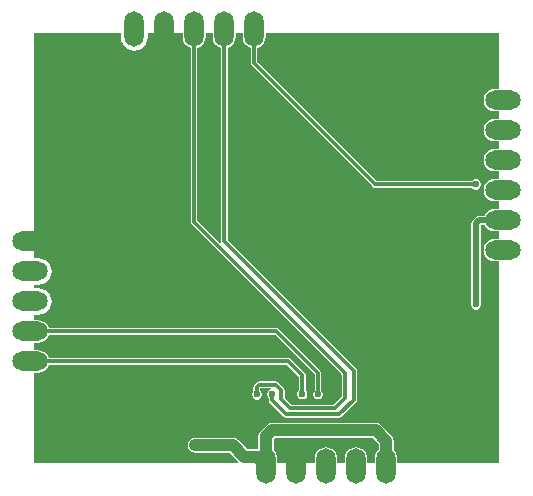
<source format=gbl>
G04*
G04 #@! TF.GenerationSoftware,Altium Limited,Altium Designer,22.2.1 (43)*
G04*
G04 Layer_Physical_Order=4*
G04 Layer_Color=16711680*
%FSLAX25Y25*%
%MOIN*%
G70*
G04*
G04 #@! TF.SameCoordinates,176B9DA6-FD0B-44AF-BA7B-BFE41C1ADE4B*
G04*
G04*
G04 #@! TF.FilePolarity,Positive*
G04*
G01*
G75*
%ADD12C,0.01181*%
%ADD25C,0.03937*%
%ADD26C,0.02000*%
G04:AMPARAMS|DCode=27|XSize=64.96mil|YSize=118.11mil|CornerRadius=32.48mil|HoleSize=0mil|Usage=FLASHONLY|Rotation=180.000|XOffset=0mil|YOffset=0mil|HoleType=Round|Shape=RoundedRectangle|*
%AMROUNDEDRECTD27*
21,1,0.06496,0.05315,0,0,180.0*
21,1,0.00000,0.11811,0,0,180.0*
1,1,0.06496,0.00000,0.02657*
1,1,0.06496,0.00000,0.02657*
1,1,0.06496,0.00000,-0.02657*
1,1,0.06496,0.00000,-0.02657*
%
%ADD27ROUNDEDRECTD27*%
G04:AMPARAMS|DCode=28|XSize=64.96mil|YSize=118.11mil|CornerRadius=32.48mil|HoleSize=0mil|Usage=FLASHONLY|Rotation=270.000|XOffset=0mil|YOffset=0mil|HoleType=Round|Shape=RoundedRectangle|*
%AMROUNDEDRECTD28*
21,1,0.06496,0.05315,0,0,270.0*
21,1,0.00000,0.11811,0,0,270.0*
1,1,0.06496,-0.02657,0.00000*
1,1,0.06496,-0.02657,0.00000*
1,1,0.06496,0.02657,0.00000*
1,1,0.06496,0.02657,0.00000*
%
%ADD28ROUNDEDRECTD28*%
%ADD29C,0.02362*%
G36*
X156286Y125907D02*
X154847D01*
X153868Y125778D01*
X152956Y125400D01*
X152173Y124799D01*
X151573Y124016D01*
X151195Y123105D01*
X151066Y122126D01*
X151195Y121148D01*
X151573Y120236D01*
X152173Y119453D01*
X152956Y118852D01*
X153868Y118475D01*
X154847Y118346D01*
X156286D01*
Y115907D01*
X154847D01*
X153868Y115778D01*
X152956Y115400D01*
X152173Y114799D01*
X151573Y114016D01*
X151195Y113105D01*
X151066Y112126D01*
X151195Y111148D01*
X151573Y110236D01*
X152173Y109453D01*
X152956Y108852D01*
X153868Y108475D01*
X154847Y108346D01*
X156286D01*
Y105906D01*
X154847D01*
X153868Y105778D01*
X152956Y105400D01*
X152173Y104799D01*
X151573Y104016D01*
X151195Y103105D01*
X151066Y102126D01*
X151195Y101148D01*
X151573Y100236D01*
X152173Y99453D01*
X152956Y98852D01*
X153868Y98475D01*
X154847Y98346D01*
X156286D01*
Y95907D01*
X154847D01*
X153868Y95778D01*
X152956Y95400D01*
X152173Y94799D01*
X151573Y94016D01*
X151195Y93105D01*
X151066Y92126D01*
X151195Y91148D01*
X151573Y90236D01*
X152173Y89453D01*
X152956Y88852D01*
X153868Y88475D01*
X154847Y88346D01*
X156286D01*
Y85906D01*
X154847D01*
X153868Y85778D01*
X152956Y85400D01*
X152173Y84799D01*
X151573Y84016D01*
X151371Y83529D01*
X149500D01*
X148915Y83413D01*
X148419Y83081D01*
X147419Y82081D01*
X147087Y81585D01*
X146971Y81000D01*
Y54701D01*
X146819Y54334D01*
Y53666D01*
X147075Y53048D01*
X147548Y52575D01*
X148166Y52319D01*
X148834D01*
X149452Y52575D01*
X149925Y53048D01*
X150181Y53666D01*
Y54334D01*
X150029Y54701D01*
Y80366D01*
X150134Y80471D01*
X151475D01*
X151573Y80236D01*
X152173Y79453D01*
X152956Y78852D01*
X153868Y78475D01*
X154847Y78346D01*
X156286D01*
Y75906D01*
X154847D01*
X153868Y75778D01*
X152956Y75400D01*
X152173Y74799D01*
X151573Y74016D01*
X151195Y73105D01*
X151066Y72126D01*
X151195Y71148D01*
X151573Y70236D01*
X152173Y69453D01*
X152956Y68852D01*
X153868Y68475D01*
X154847Y68346D01*
X156286D01*
Y1204D01*
X122280D01*
Y2657D01*
X122152Y3636D01*
X121774Y4548D01*
X121173Y5331D01*
X121120Y5371D01*
Y8457D01*
X120928Y9420D01*
X120383Y10237D01*
X116840Y13780D01*
X116023Y14325D01*
X115060Y14517D01*
X80521D01*
X79558Y14325D01*
X78741Y13780D01*
X76736Y11774D01*
X76190Y10958D01*
X75999Y9995D01*
Y5980D01*
X75612Y5663D01*
X75595Y5666D01*
X72393D01*
X69280Y8780D01*
X68463Y9325D01*
X67500Y9517D01*
X55000D01*
X54037Y9325D01*
X53220Y8780D01*
X52675Y7963D01*
X52483Y7000D01*
X52675Y6037D01*
X53220Y5220D01*
X54037Y4675D01*
X55000Y4483D01*
X66457D01*
X69236Y1704D01*
X69029Y1204D01*
X1204D01*
Y31220D01*
X2657D01*
X3636Y31348D01*
X4548Y31726D01*
X5331Y32327D01*
X5931Y33110D01*
X6254Y33888D01*
X85539Y33888D01*
X89560Y29868D01*
Y25330D01*
X89247Y25016D01*
X88991Y24399D01*
Y23730D01*
X89247Y23112D01*
X89720Y22639D01*
X90338Y22383D01*
X91006D01*
X91624Y22639D01*
X92097Y23112D01*
X92353Y23730D01*
Y24399D01*
X92097Y25016D01*
X91784Y25330D01*
Y30328D01*
X91784Y30328D01*
X91699Y30754D01*
X91458Y31114D01*
X86786Y35786D01*
X86426Y36027D01*
X86000Y36112D01*
X86000Y36112D01*
X6254Y36112D01*
X5931Y36890D01*
X5331Y37673D01*
X4548Y38274D01*
X3636Y38652D01*
X2657Y38780D01*
X1204D01*
Y41220D01*
X2657D01*
X3636Y41348D01*
X4548Y41726D01*
X5331Y42327D01*
X5931Y43110D01*
X6254Y43888D01*
X81539Y43888D01*
X94769Y30658D01*
Y25280D01*
X94456Y24967D01*
X94200Y24349D01*
Y23680D01*
X94456Y23062D01*
X94929Y22589D01*
X95547Y22333D01*
X96216D01*
X96833Y22589D01*
X97306Y23062D01*
X97562Y23680D01*
Y24349D01*
X97306Y24967D01*
X96993Y25280D01*
Y31119D01*
X96908Y31544D01*
X96667Y31905D01*
X96667Y31905D01*
X82786Y45786D01*
X82425Y46027D01*
X82000Y46112D01*
X82000Y46112D01*
X6254Y46112D01*
X5931Y46890D01*
X5331Y47673D01*
X4548Y48274D01*
X3636Y48652D01*
X2657Y48780D01*
X1204D01*
Y50533D01*
X2657D01*
X3814Y50685D01*
X4891Y51131D01*
X5816Y51841D01*
X6526Y52766D01*
X6973Y53844D01*
X7125Y55000D01*
X6973Y56156D01*
X6526Y57234D01*
X5816Y58159D01*
X4891Y58869D01*
X3814Y59315D01*
X2657Y59467D01*
X1204D01*
Y60533D01*
X2657D01*
X3814Y60685D01*
X4891Y61131D01*
X5816Y61841D01*
X6526Y62766D01*
X6973Y63844D01*
X7125Y65000D01*
X6973Y66156D01*
X6526Y67234D01*
X5816Y68159D01*
X4891Y68869D01*
X3814Y69315D01*
X2657Y69467D01*
X1204D01*
Y144460D01*
X30155D01*
Y142999D01*
X30307Y141843D01*
X30754Y140766D01*
X31464Y139840D01*
X32389Y139130D01*
X33466Y138684D01*
X34623Y138532D01*
X35779Y138684D01*
X36856Y139130D01*
X37782Y139840D01*
X38491Y140766D01*
X38938Y141843D01*
X39090Y142999D01*
Y144460D01*
X50842D01*
Y142999D01*
X50971Y142021D01*
X51349Y141109D01*
X51950Y140326D01*
X52732Y139725D01*
X53379Y139458D01*
Y81509D01*
X53379Y81509D01*
X53463Y81084D01*
X53704Y80723D01*
X103888Y30539D01*
Y23352D01*
X101148Y20612D01*
X86961D01*
X84710Y22862D01*
Y25478D01*
X84710Y25479D01*
X84625Y25904D01*
X84384Y26265D01*
X84384Y26265D01*
X82576Y28073D01*
X82216Y28314D01*
X81790Y28398D01*
X81790Y28398D01*
X76234D01*
X76234Y28398D01*
X75808Y28314D01*
X75448Y28073D01*
X75448Y28073D01*
X74654Y27279D01*
X74413Y26918D01*
X74328Y26493D01*
X74328Y26493D01*
Y25206D01*
X74075Y24952D01*
X73819Y24334D01*
Y23666D01*
X74075Y23048D01*
X74548Y22575D01*
X75166Y22319D01*
X75834D01*
X76452Y22575D01*
X76925Y23048D01*
X77181Y23666D01*
Y24334D01*
X76925Y24952D01*
X76552Y25325D01*
Y26032D01*
X76695Y26175D01*
X80150D01*
X80166Y25681D01*
X79548Y25425D01*
X79075Y24952D01*
X78819Y24334D01*
Y23666D01*
X79075Y23048D01*
X79388Y22735D01*
Y22000D01*
X79388Y22000D01*
X79473Y21575D01*
X79714Y21214D01*
X84349Y16578D01*
X84349Y16578D01*
X84710Y16337D01*
X85135Y16253D01*
X85136Y16253D01*
X102865D01*
X102865Y16253D01*
X103290Y16337D01*
X103651Y16578D01*
X108582Y21509D01*
X108582Y21509D01*
X108823Y21870D01*
X108907Y22296D01*
Y31874D01*
X108823Y32300D01*
X108582Y32660D01*
X108582Y32660D01*
X65721Y75521D01*
Y139398D01*
X66513Y139725D01*
X67296Y140326D01*
X67896Y141109D01*
X68274Y142021D01*
X68403Y142999D01*
Y144460D01*
X70842D01*
Y142999D01*
X70971Y142021D01*
X71349Y141109D01*
X71949Y140326D01*
X72732Y139725D01*
X73388Y139454D01*
Y134500D01*
X73388Y134500D01*
X73473Y134074D01*
X73714Y133714D01*
X114214Y93214D01*
X114575Y92973D01*
X115000Y92888D01*
X115000Y92888D01*
X147234D01*
X147548Y92575D01*
X148166Y92319D01*
X148834D01*
X149452Y92575D01*
X149925Y93048D01*
X150181Y93666D01*
Y94334D01*
X149925Y94952D01*
X149452Y95425D01*
X148834Y95681D01*
X148166D01*
X147548Y95425D01*
X147234Y95112D01*
X115461D01*
X75612Y134961D01*
Y139352D01*
X76513Y139725D01*
X77296Y140326D01*
X77896Y141109D01*
X78274Y142021D01*
X78403Y142999D01*
Y144460D01*
X156286D01*
Y125907D01*
D02*
G37*
G36*
X60842Y142999D02*
X60971Y142021D01*
X61349Y141109D01*
X61949Y140326D01*
X62732Y139725D01*
X63498Y139409D01*
Y75060D01*
X63498Y75060D01*
X63567Y74713D01*
X63376Y74530D01*
X63154Y74418D01*
X55603Y81970D01*
Y139348D01*
X56513Y139725D01*
X57296Y140326D01*
X57897Y141109D01*
X58274Y142021D01*
X58403Y142999D01*
Y144460D01*
X60842D01*
Y142999D01*
D02*
G37*
G36*
X116086Y7415D02*
Y5530D01*
X115827Y5331D01*
X115226Y4548D01*
X114848Y3636D01*
X114720Y2657D01*
Y1204D01*
X112280D01*
Y2657D01*
X112152Y3636D01*
X111774Y4548D01*
X111173Y5331D01*
X110390Y5931D01*
X109478Y6309D01*
X108500Y6438D01*
X107522Y6309D01*
X106610Y5931D01*
X105827Y5331D01*
X105226Y4548D01*
X104848Y3636D01*
X104720Y2657D01*
Y1204D01*
X102280D01*
Y2657D01*
X102152Y3636D01*
X101774Y4548D01*
X101173Y5331D01*
X100390Y5931D01*
X99478Y6309D01*
X98500Y6438D01*
X97522Y6309D01*
X96610Y5931D01*
X95827Y5331D01*
X95226Y4548D01*
X94848Y3636D01*
X94720Y2657D01*
Y1204D01*
X82280D01*
Y2657D01*
X82152Y3636D01*
X81774Y4548D01*
X81173Y5331D01*
X81032Y5439D01*
Y8952D01*
X81563Y9483D01*
X114018D01*
X116086Y7415D01*
D02*
G37*
D12*
X74500Y134500D02*
Y145657D01*
X115000Y94000D02*
X148500D01*
X74500Y134500D02*
X115000Y94000D01*
X54491Y81509D02*
Y145657D01*
X64609Y75060D02*
Y145657D01*
Y75060D02*
X107796Y31874D01*
X54491Y81509D02*
X105000Y31000D01*
X107796Y22296D02*
Y31874D01*
X102865Y17365D02*
X107796Y22296D01*
X105000Y22892D02*
Y31000D01*
X101609Y19500D02*
X105000Y22892D01*
X86500Y19500D02*
X101609D01*
X81790Y27286D02*
X83598Y25479D01*
Y22402D02*
X86500Y19500D01*
X83598Y22402D02*
Y25479D01*
X76234Y27286D02*
X81790D01*
X75440Y26493D02*
X76234Y27286D01*
X75440Y24060D02*
Y26493D01*
X80500Y22000D02*
X85135Y17365D01*
X102865D01*
X80500Y22000D02*
Y24000D01*
X90672Y24064D02*
Y30328D01*
X86000Y35000D02*
X90672Y30328D01*
X95881Y24014D02*
Y31119D01*
X82000Y45000D02*
X95881Y31119D01*
X0Y45000D02*
X82000Y45000D01*
X0Y35000D02*
X86000Y35000D01*
D25*
X76549Y2196D02*
X77971D01*
X78515Y0D02*
Y9995D01*
X80521Y12000D01*
X118603Y0D02*
Y8457D01*
X115060Y12000D02*
X118603Y8457D01*
X80521Y12000D02*
X115060D01*
X55000Y7000D02*
X67500D01*
X71350Y3150D02*
X75595D01*
X67500Y7000D02*
X71350Y3150D01*
X75595D02*
X76549Y2196D01*
D26*
X149500Y82000D02*
X157504D01*
X148500Y81000D02*
X149500Y82000D01*
X148500Y54000D02*
Y81000D01*
D27*
X78500Y0D02*
D03*
X88500D02*
D03*
X98500D02*
D03*
X108500D02*
D03*
X118500D02*
D03*
X34623Y145657D02*
D03*
X44623D02*
D03*
X54623D02*
D03*
X64623D02*
D03*
X74623D02*
D03*
D28*
X157504Y72126D02*
D03*
Y82126D02*
D03*
Y92126D02*
D03*
Y102126D02*
D03*
Y112126D02*
D03*
Y122126D02*
D03*
X0Y35000D02*
D03*
Y45000D02*
D03*
Y55000D02*
D03*
Y65000D02*
D03*
Y75000D02*
D03*
D29*
X141518Y4052D02*
D03*
X116500Y82500D02*
D03*
Y63000D02*
D03*
X117000Y44500D02*
D03*
X66000Y26000D02*
D03*
X52500Y42000D02*
D03*
X66000D02*
D03*
X104358Y44222D02*
D03*
X105000Y62500D02*
D03*
X98500Y82500D02*
D03*
X60000Y119500D02*
D03*
X36000Y105500D02*
D03*
X37000Y92000D02*
D03*
X5500Y88000D02*
D03*
X9500Y60500D02*
D03*
X9000Y47500D02*
D03*
Y53500D02*
D03*
X24000Y48500D02*
D03*
Y71500D02*
D03*
X9000Y67000D02*
D03*
Y73000D02*
D03*
X36841Y136392D02*
D03*
X32000Y136500D02*
D03*
X26709Y85005D02*
D03*
X31500Y70000D02*
D03*
X32500Y40000D02*
D03*
X116000Y25500D02*
D03*
X137500Y12500D02*
D03*
X14887Y132532D02*
D03*
X22366Y127707D02*
D03*
X22500Y140000D02*
D03*
X49000Y4500D02*
D03*
X134000Y5500D02*
D03*
X150500Y4500D02*
D03*
X153500Y25500D02*
D03*
X153000Y12000D02*
D03*
X151500Y38000D02*
D03*
X139500Y132000D02*
D03*
X132000Y122500D02*
D03*
X132500Y19500D02*
D03*
X115000Y101000D02*
D03*
X111500Y120500D02*
D03*
X78500Y119500D02*
D03*
X51000Y100500D02*
D03*
X52500Y63500D02*
D03*
X92000Y101000D02*
D03*
X79000Y100000D02*
D03*
X89000Y74500D02*
D03*
X90000Y64000D02*
D03*
X77500Y72500D02*
D03*
X83000Y69500D02*
D03*
X82000Y80500D02*
D03*
X72000Y80000D02*
D03*
X37500Y119000D02*
D03*
X27500Y108500D02*
D03*
X33000Y99000D02*
D03*
X27500Y92000D02*
D03*
X33500Y82000D02*
D03*
X37000Y62500D02*
D03*
X26950Y61604D02*
D03*
X36000Y51500D02*
D03*
X27000D02*
D03*
X34500Y28000D02*
D03*
X26500D02*
D03*
X12500Y12500D02*
D03*
X4500Y4000D02*
D03*
X3500Y13000D02*
D03*
Y25500D02*
D03*
X5500Y95500D02*
D03*
X5000Y108000D02*
D03*
X5500Y125000D02*
D03*
Y139500D02*
D03*
X75500Y24000D02*
D03*
X80500D02*
D03*
X90672Y24064D02*
D03*
X95881Y24014D02*
D03*
X55000Y7000D02*
D03*
X148500Y94000D02*
D03*
Y54000D02*
D03*
M02*

</source>
